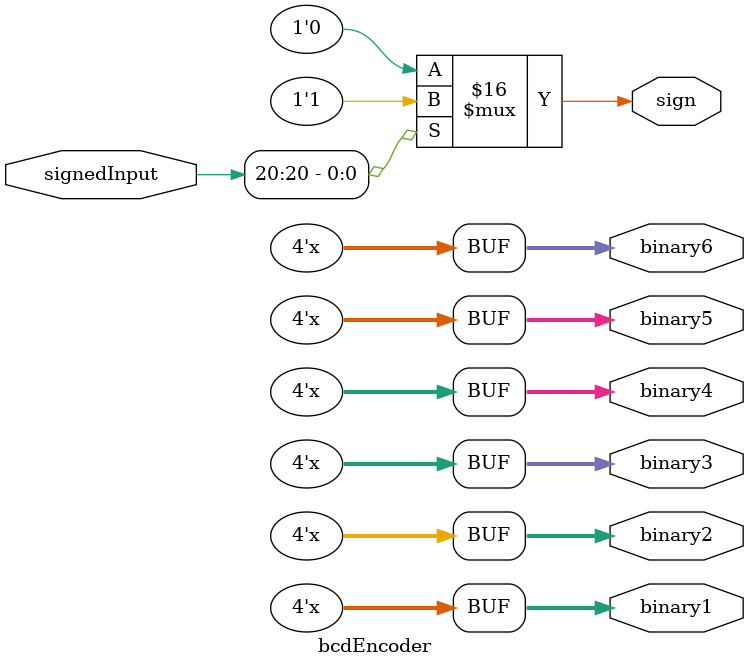
<source format=v>
module bcdEncoder(signedInput, sign, binary1, binary2, binary3, binary4, binary5, binary6);

	input [20:0] signedInput; // 21 bit signed register representing the value to convert.

	output reg [3:0] binary1; // This is the LSB for the BCD
	output reg [3:0] binary2; 
	output reg [3:0] binary3; 
	output reg [3:0] binary4; 
	output reg [3:0] binary5; 
	output reg [3:0] binary6; // This is the MSB for the BCD
	// a 1 in sign will indicate that we have a negative number.
	output reg sign;
	
	reg [20:0] modulus;
	
	always @(signedInput)
	begin
	if (signedInput[20]) // convert to a positive 2's compliment if the number is negative
		begin
		modulus <= ~signedInput + 1'b1; // modulus is the number we are working with
		sign <= 1;	
		end
	else 
		begin
		modulus <= signedInput;
		sign <= 0;
		end
	binary1 <= (modulus)%10; 
	binary2 <= (modulus/10)%10; // division the modulus will allow the extraction of the digit in the corresponding power of 10's position
	binary3 <= (modulus/100)%10;
	binary4 <= (modulus/1000)%10;
	binary5 <= (modulus/10000)%10;
	binary6 <= (modulus/100000)%10;
	end
	
endmodule
</source>
